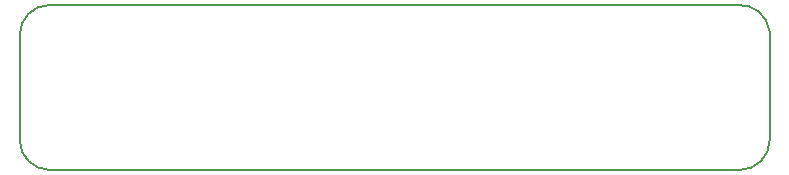
<source format=gbr>
G04 #@! TF.GenerationSoftware,KiCad,Pcbnew,5.0.0+dfsg1-2*
G04 #@! TF.CreationDate,2018-09-04T12:21:54+01:00*
G04 #@! TF.ProjectId,zero_boot_screen,7A65726F5F626F6F745F73637265656E,rev?*
G04 #@! TF.SameCoordinates,Original*
G04 #@! TF.FileFunction,Profile,NP*
%FSLAX46Y46*%
G04 Gerber Fmt 4.6, Leading zero omitted, Abs format (unit mm)*
G04 Created by KiCad (PCBNEW 5.0.0+dfsg1-2) date Tue Sep  4 12:21:54 2018*
%MOMM*%
%LPD*%
G01*
G04 APERTURE LIST*
%ADD10C,0.150000*%
G04 APERTURE END LIST*
D10*
X116840000Y-106426000D02*
X116840000Y-98069400D01*
X180340000Y-106426000D02*
X180340000Y-97282000D01*
X119380000Y-108966000D02*
X177800000Y-108966000D01*
X180340000Y-106426000D02*
G75*
G02X177800000Y-108966000I-2540000J0D01*
G01*
X119380000Y-108966000D02*
G75*
G02X116840000Y-106426000I0J2540000D01*
G01*
X177546000Y-94996000D02*
X119380000Y-94996000D01*
X116840000Y-98044000D02*
X116840000Y-97536000D01*
X119380000Y-94996000D02*
G75*
G03X116840000Y-97536000I0J-2540000D01*
G01*
X180340000Y-97282000D02*
G75*
G03X177546000Y-94996000I-2540000J-254000D01*
G01*
M02*

</source>
